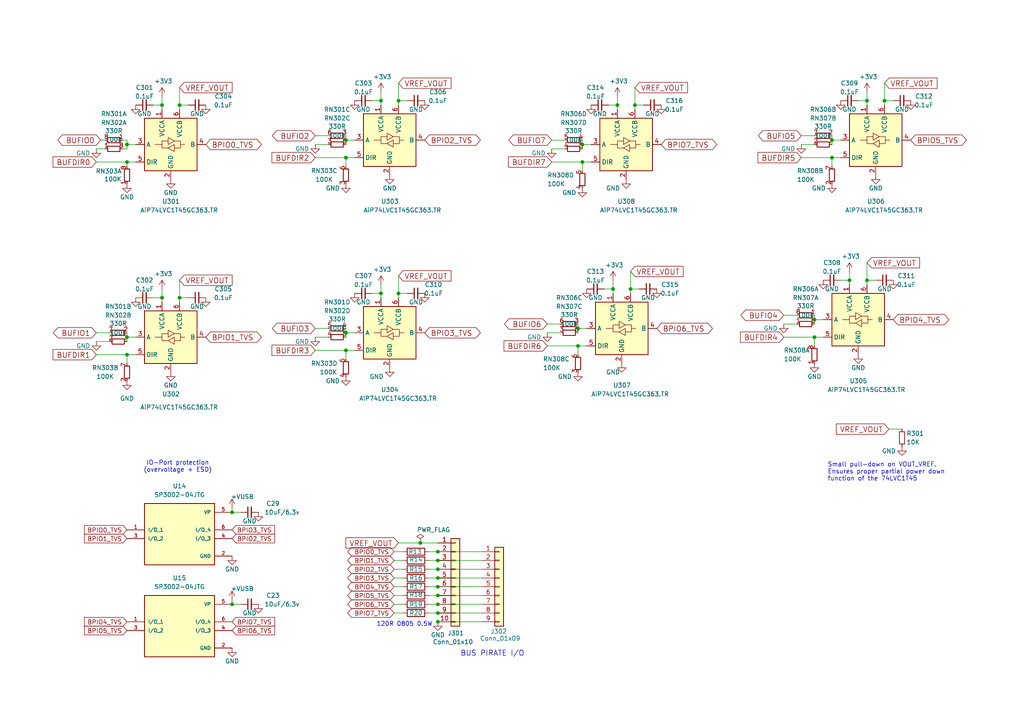
<source format=kicad_sch>
(kicad_sch (version 20231120) (generator "eeschema") (generator_version "8.0")
  (paper "A4")
  (junction (at 167.64 100.33))
  (junction (at 251.46 81.28))
  (junction (at 100.33 40.64))
  (junction (at 67.31 175.26))
  (junction (at 52.07 30.48))
  (junction (at 115.57 29.21))
  (junction (at 36.83 41.91))
  (junction (at 127 167.64))
  (junction (at 52.07 86.36))
  (junction (at 115.57 85.09))
  (junction (at 246.38 81.28))
  (junction (at 127 172.72))
  (junction (at 46.99 30.48))
  (junction (at 127 177.8))
  (junction (at 36.83 46.99))
  (junction (at 127 160.02))
  (junction (at 100.33 96.52))
  (junction (at 127 162.56))
  (junction (at 168.91 41.91))
  (junction (at 241.3 40.64))
  (junction (at 127 180.34))
  (junction (at 36.83 102.87))
  (junction (at 236.22 97.79))
  (junction (at 179.07 30.48))
  (junction (at 182.88 83.82))
  (junction (at 127 170.18))
  (junction (at 168.91 46.99))
  (junction (at 36.83 97.79))
  (junction (at 110.49 85.09))
  (junction (at 241.3 45.72))
  (junction (at 167.64 95.25))
  (junction (at 110.49 29.21))
  (junction (at 184.15 30.48))
  (junction (at 67.31 148.59))
  (junction (at 121.92 157.48))
  (junction (at 236.22 92.71))
  (junction (at 256.54 29.21))
  (junction (at 100.33 101.6))
  (junction (at 46.99 86.36))
  (junction (at 177.8 83.82))
  (junction (at 251.46 29.21))
  (junction (at 127 175.26))
  (junction (at 127 165.1))
  (junction (at 100.33 45.72))
  (wire (pts (xy 236.22 41.91) (xy 232.41 41.91)))
  (wire (pts (xy 110.49 30.48) (xy 110.49 29.21)))
  (wire (pts (xy 259.08 29.21) (xy 256.54 29.21)))
  (wire (pts (xy 127 177.8) (xy 139.7 177.8)))
  (wire (pts (xy 39.37 97.79) (xy 36.83 97.79)))
  (wire (pts (xy 114.3 177.8) (xy 116.84 177.8)))
  (wire (pts (xy 52.07 81.28) (xy 52.07 86.36)))
  (wire (pts (xy 139.7 160.02) (xy 127 160.02)))
  (wire (pts (xy 36.83 102.87) (xy 27.94 102.87)))
  (wire (pts (xy 241.3 45.72) (xy 241.3 48.26)))
  (wire (pts (xy 176.53 30.48) (xy 179.07 30.48)))
  (wire (pts (xy 36.83 99.06) (xy 36.83 97.79)))
  (wire (pts (xy 170.18 100.33) (xy 167.64 100.33)))
  (wire (pts (xy 236.22 92.71) (xy 236.22 91.44)))
  (wire (pts (xy 163.83 40.64) (xy 160.02 40.64)))
  (wire (pts (xy 124.46 170.18) (xy 127 170.18)))
  (wire (pts (xy 162.56 96.52) (xy 158.75 96.52)))
  (wire (pts (xy 100.33 45.72) (xy 100.33 48.26)))
  (wire (pts (xy 100.33 45.72) (xy 91.44 45.72)))
  (wire (pts (xy 238.76 97.79) (xy 236.22 97.79)))
  (wire (pts (xy 127 172.72) (xy 139.7 172.72)))
  (wire (pts (xy 69.85 175.26) (xy 67.31 175.26)))
  (wire (pts (xy 52.07 31.75) (xy 52.07 30.48)))
  (wire (pts (xy 243.84 81.28) (xy 246.38 81.28)))
  (wire (pts (xy 168.91 46.99) (xy 168.91 49.53)))
  (wire (pts (xy 110.49 29.21) (xy 110.49 26.67)))
  (wire (pts (xy 167.64 100.33) (xy 167.64 102.87)))
  (wire (pts (xy 54.61 30.48) (xy 52.07 30.48)))
  (wire (pts (xy 177.8 83.82) (xy 177.8 81.28)))
  (wire (pts (xy 46.99 31.75) (xy 46.99 30.48)))
  (wire (pts (xy 95.25 95.25) (xy 91.44 95.25)))
  (wire (pts (xy 36.83 97.79) (xy 36.83 96.52)))
  (wire (pts (xy 241.3 41.91) (xy 241.3 40.64)))
  (wire (pts (xy 168.91 46.99) (xy 160.02 46.99)))
  (wire (pts (xy 236.22 39.37) (xy 232.41 39.37)))
  (wire (pts (xy 118.11 85.09) (xy 115.57 85.09)))
  (wire (pts (xy 236.22 93.98) (xy 236.22 92.71)))
  (wire (pts (xy 171.45 46.99) (xy 168.91 46.99)))
  (wire (pts (xy 170.18 95.25) (xy 167.64 95.25)))
  (wire (pts (xy 124.46 167.64) (xy 127 167.64)))
  (wire (pts (xy 36.83 48.26) (xy 36.83 46.99)))
  (wire (pts (xy 114.3 175.26) (xy 116.84 175.26)))
  (wire (pts (xy 115.57 86.36) (xy 115.57 85.09)))
  (wire (pts (xy 175.26 83.82) (xy 177.8 83.82)))
  (wire (pts (xy 114.3 172.72) (xy 116.84 172.72)))
  (wire (pts (xy 114.3 170.18) (xy 116.84 170.18)))
  (wire (pts (xy 231.14 91.44) (xy 227.33 91.44)))
  (wire (pts (xy 67.31 147.32) (xy 67.31 148.59)))
  (wire (pts (xy 54.61 86.36) (xy 52.07 86.36)))
  (wire (pts (xy 115.57 30.48) (xy 115.57 29.21)))
  (wire (pts (xy 246.38 81.28) (xy 246.38 78.74)))
  (wire (pts (xy 115.57 80.01) (xy 115.57 85.09)))
  (wire (pts (xy 124.46 177.8) (xy 127 177.8)))
  (wire (pts (xy 179.07 30.48) (xy 179.07 27.94)))
  (wire (pts (xy 44.45 30.48) (xy 46.99 30.48)))
  (wire (pts (xy 162.56 93.98) (xy 158.75 93.98)))
  (wire (pts (xy 36.83 43.18) (xy 35.56 43.18)))
  (wire (pts (xy 243.84 40.64) (xy 241.3 40.64)))
  (wire (pts (xy 124.46 172.72) (xy 127 172.72)))
  (wire (pts (xy 100.33 101.6) (xy 91.44 101.6)))
  (wire (pts (xy 31.75 96.52) (xy 27.94 96.52)))
  (wire (pts (xy 243.84 45.72) (xy 241.3 45.72)))
  (wire (pts (xy 257.81 124.46) (xy 261.62 124.46)))
  (wire (pts (xy 102.87 40.64) (xy 100.33 40.64)))
  (wire (pts (xy 46.99 87.63) (xy 46.99 86.36)))
  (wire (pts (xy 39.37 102.87) (xy 36.83 102.87)))
  (wire (pts (xy 177.8 85.09) (xy 177.8 83.82)))
  (wire (pts (xy 118.11 29.21) (xy 115.57 29.21)))
  (wire (pts (xy 67.31 173.99) (xy 67.31 175.26)))
  (wire (pts (xy 95.25 39.37) (xy 91.44 39.37)))
  (wire (pts (xy 110.49 86.36) (xy 110.49 85.09)))
  (wire (pts (xy 171.45 41.91) (xy 168.91 41.91)))
  (wire (pts (xy 179.07 31.75) (xy 179.07 30.48)))
  (wire (pts (xy 115.57 24.13) (xy 115.57 29.21)))
  (wire (pts (xy 115.57 157.48) (xy 121.92 157.48)))
  (wire (pts (xy 231.14 93.98) (xy 227.33 93.98)))
  (wire (pts (xy 27.94 46.99) (xy 36.83 46.99)))
  (wire (pts (xy 30.48 40.64) (xy 29.21 40.64)))
  (wire (pts (xy 95.25 97.79) (xy 91.44 97.79)))
  (wire (pts (xy 114.3 167.64) (xy 116.84 167.64)))
  (wire (pts (xy 127 180.34) (xy 139.7 180.34)))
  (wire (pts (xy 168.91 41.91) (xy 168.91 40.64)))
  (wire (pts (xy 241.3 45.72) (xy 232.41 45.72)))
  (wire (pts (xy 124.46 160.02) (xy 127 160.02)))
  (wire (pts (xy 251.46 30.48) (xy 251.46 29.21)))
  (wire (pts (xy 114.3 162.56) (xy 116.84 162.56)))
  (wire (pts (xy 107.95 85.09) (xy 110.49 85.09)))
  (wire (pts (xy 100.33 41.91) (xy 100.33 40.64)))
  (wire (pts (xy 36.83 40.64) (xy 35.56 40.64)))
  (wire (pts (xy 102.87 45.72) (xy 100.33 45.72)))
  (wire (pts (xy 163.83 43.18) (xy 160.02 43.18)))
  (wire (pts (xy 127 167.64) (xy 139.7 167.64)))
  (wire (pts (xy 27.94 43.18) (xy 30.48 43.18)))
  (wire (pts (xy 100.33 40.64) (xy 100.33 39.37)))
  (wire (pts (xy 238.76 92.71) (xy 236.22 92.71)))
  (wire (pts (xy 254 81.28) (xy 251.46 81.28)))
  (wire (pts (xy 251.46 29.21) (xy 251.46 26.67)))
  (wire (pts (xy 114.3 165.1) (xy 116.84 165.1)))
  (wire (pts (xy 127 165.1) (xy 139.7 165.1)))
  (wire (pts (xy 124.46 165.1) (xy 127 165.1)))
  (wire (pts (xy 100.33 96.52) (xy 100.33 95.25)))
  (wire (pts (xy 31.75 99.06) (xy 27.94 99.06)))
  (wire (pts (xy 167.64 96.52) (xy 167.64 95.25)))
  (wire (pts (xy 168.91 43.18) (xy 168.91 41.91)))
  (wire (pts (xy 52.07 87.63) (xy 52.07 86.36)))
  (wire (pts (xy 256.54 24.13) (xy 256.54 29.21)))
  (wire (pts (xy 182.88 78.74) (xy 182.88 83.82)))
  (wire (pts (xy 185.42 83.82) (xy 182.88 83.82)))
  (wire (pts (xy 52.07 25.4) (xy 52.07 30.48)))
  (wire (pts (xy 167.64 100.33) (xy 158.75 100.33)))
  (wire (pts (xy 46.99 86.36) (xy 46.99 83.82)))
  (wire (pts (xy 36.83 102.87) (xy 36.83 105.41)))
  (wire (pts (xy 246.38 82.55) (xy 246.38 81.28)))
  (wire (pts (xy 236.22 97.79) (xy 227.33 97.79)))
  (wire (pts (xy 36.83 43.18) (xy 36.83 41.91)))
  (wire (pts (xy 236.22 97.79) (xy 236.22 100.33)))
  (wire (pts (xy 46.99 30.48) (xy 46.99 27.94)))
  (wire (pts (xy 124.46 162.56) (xy 127 162.56)))
  (wire (pts (xy 100.33 101.6) (xy 100.33 104.14)))
  (wire (pts (xy 251.46 76.2) (xy 251.46 81.28)))
  (wire (pts (xy 95.25 41.91) (xy 91.44 41.91)))
  (wire (pts (xy 102.87 96.52) (xy 100.33 96.52)))
  (wire (pts (xy 241.3 40.64) (xy 241.3 39.37)))
  (wire (pts (xy 36.83 41.91) (xy 36.83 40.64)))
  (wire (pts (xy 121.92 157.48) (xy 127 157.48)))
  (wire (pts (xy 44.45 86.36) (xy 46.99 86.36)))
  (wire (pts (xy 100.33 97.79) (xy 100.33 96.52)))
  (wire (pts (xy 114.3 160.02) (xy 116.84 160.02)))
  (wire (pts (xy 167.64 95.25) (xy 167.64 93.98)))
  (wire (pts (xy 127 170.18) (xy 139.7 170.18)))
  (wire (pts (xy 186.69 30.48) (xy 184.15 30.48)))
  (wire (pts (xy 184.15 25.4) (xy 184.15 30.48)))
  (wire (pts (xy 124.46 175.26) (xy 127 175.26)))
  (wire (pts (xy 127 175.26) (xy 139.7 175.26)))
  (wire (pts (xy 127 162.56) (xy 139.7 162.56)))
  (wire (pts (xy 107.95 29.21) (xy 110.49 29.21)))
  (wire (pts (xy 248.92 29.21) (xy 251.46 29.21)))
  (wire (pts (xy 69.85 148.59) (xy 67.31 148.59)))
  (wire (pts (xy 184.15 31.75) (xy 184.15 30.48)))
  (wire (pts (xy 102.87 101.6) (xy 100.33 101.6)))
  (wire (pts (xy 256.54 30.48) (xy 256.54 29.21)))
  (wire (pts (xy 36.83 46.99) (xy 39.37 46.99)))
  (wire (pts (xy 182.88 85.09) (xy 182.88 83.82)))
  (wire (pts (xy 39.37 41.91) (xy 36.83 41.91)))
  (wire (pts (xy 251.46 82.55) (xy 251.46 81.28)))
  (wire (pts (xy 110.49 85.09) (xy 110.49 82.55)))
  (text "120R 0805 0.5W" (at 117.348 181.102 0) (effects (font (size 1.27 1.27))))
  (text "Small pull-down on VOUT_VREF.\nEnsures proper partial power down \nfunction of the 74LVC1T45" (at 240.03 139.7 0) (effects (font (size 1.27 1.27)) (justify left bottom)))
  (text "BUS PIRATE I/O" (at 152.146 190.5 0) (effects (font (size 1.524 1.524)) (justify right bottom)))
  (text "IO-Port protection\n(overvoltage + ESD)" (at 51.562 135.382 0) (effects (font (size 1.27 1.27))))
  (global_label "BPIO2_TVS" (shape bidirectional) (at 123.19 40.64 0) (effects (font (size 1.524 1.524))) (property "Intersheetrefs" "${INTERSHEET_REFS}" (effects (hide yes))))
  (global_label "BPIO0_TVS" (shape bidirectional) (at 59.69 41.91 0) (effects (font (size 1.524 1.524))) (property "Intersheetrefs" "${INTERSHEET_REFS}" (effects (hide yes))))
  (global_label "BPIO7_TVS" (shape bidirectional) (at 191.77 41.91 0) (effects (font (size 1.524 1.524))) (property "Intersheetrefs" "${INTERSHEET_REFS}" (effects (hide yes))))
  (global_label "BUFDIR0" (shape input) (at 27.94 46.99 180) (effects (font (size 1.524 1.524))) (property "Intersheetrefs" "${INTERSHEET_REFS}" (effects (hide yes))))
  (global_label "BUFIO5" (shape bidirectional) (at 232.41 39.37 180) (effects (font (size 1.524 1.524))) (property "Intersheetrefs" "${INTERSHEET_REFS}" (effects (hide yes))))
  (global_label "BUFIO3" (shape bidirectional) (at 91.44 95.25 180) (effects (font (size 1.524 1.524))) (property "Intersheetrefs" "${INTERSHEET_REFS}" (effects (hide yes))))
  (global_label "VREF_VOUT" (shape input) (at 115.57 157.48 180) (effects (font (size 1.524 1.524))) (property "Intersheetrefs" "${INTERSHEET_REFS}" (effects (hide yes))))
  (global_label "BUFDIR4" (shape input) (at 227.33 97.79 180) (effects (font (size 1.524 1.524))) (property "Intersheetrefs" "${INTERSHEET_REFS}" (effects (hide yes))))
  (global_label "BUFIO0" (shape bidirectional) (at 29.21 40.64 180) (effects (font (size 1.524 1.524))) (property "Intersheetrefs" "${INTERSHEET_REFS}" (effects (hide yes))))
  (global_label "BPIO7_TVS" (shape input) (at 67.31 180.34 0) (property "Intersheetrefs" "${INTERSHEET_REFS}" (effects (hide yes))))
  (global_label "VREF_VOUT" (shape input) (at 115.57 80.01 0) (effects (font (size 1.524 1.524))) (property "Intersheetrefs" "${INTERSHEET_REFS}" (effects (hide yes))))
  (global_label "BPIO3_TVS" (shape input) (at 67.31 153.67 0) (property "Intersheetrefs" "${INTERSHEET_REFS}" (effects (hide yes))))
  (global_label "BUFIO2" (shape bidirectional) (at 91.44 39.37 180) (effects (font (size 1.524 1.524))) (property "Intersheetrefs" "${INTERSHEET_REFS}" (effects (hide yes))))
  (global_label "BUFDIR3" (shape input) (at 91.44 101.6 180) (effects (font (size 1.524 1.524))) (property "Intersheetrefs" "${INTERSHEET_REFS}" (effects (hide yes))))
  (global_label "BPIO5_TVS" (shape input) (at 36.83 182.88 180) (property "Intersheetrefs" "${INTERSHEET_REFS}" (effects (hide yes))))
  (global_label "BUFIO4" (shape bidirectional) (at 227.33 91.44 180) (effects (font (size 1.524 1.524))) (property "Intersheetrefs" "${INTERSHEET_REFS}" (effects (hide yes))))
  (global_label "BPIO5_TVS" (shape bidirectional) (at 264.16 40.64 0) (effects (font (size 1.524 1.524))) (property "Intersheetrefs" "${INTERSHEET_REFS}" (effects (hide yes))))
  (global_label "BUFDIR2" (shape input) (at 91.44 45.72 180) (effects (font (size 1.524 1.524))) (property "Intersheetrefs" "${INTERSHEET_REFS}" (effects (hide yes))))
  (global_label "BPIO6_TVS" (shape input) (at 67.31 182.88 0) (property "Intersheetrefs" "${INTERSHEET_REFS}" (effects (hide yes))))
  (global_label "BPIO1_TVS" (shape bidirectional) (at 59.69 97.79 0) (effects (font (size 1.524 1.524))) (property "Intersheetrefs" "${INTERSHEET_REFS}" (effects (hide yes))))
  (global_label "BPIO1_TVS" (shape bidirectional) (at 114.3 162.56 180) (property "Intersheetrefs" "${INTERSHEET_REFS}" (effects (hide yes))))
  (global_label "VREF_VOUT" (shape input) (at 52.07 25.4 0) (effects (font (size 1.524 1.524))) (property "Intersheetrefs" "${INTERSHEET_REFS}" (effects (hide yes))))
  (global_label "BPIO4_TVS" (shape input) (at 36.83 180.34 180) (property "Intersheetrefs" "${INTERSHEET_REFS}" (effects (hide yes))))
  (global_label "VREF_VOUT" (shape input) (at 115.57 24.13 0) (effects (font (size 1.524 1.524))) (property "Intersheetrefs" "${INTERSHEET_REFS}" (effects (hide yes))))
  (global_label "BPIO4_TVS" (shape bidirectional) (at 114.3 170.18 180) (property "Intersheetrefs" "${INTERSHEET_REFS}" (effects (hide yes))))
  (global_label "BPIO4_TVS" (shape bidirectional) (at 259.08 92.71 0) (effects (font (size 1.524 1.524))) (property "Intersheetrefs" "${INTERSHEET_REFS}" (effects (hide yes))))
  (global_label "VREF_VOUT" (shape input) (at 257.81 124.46 180) (effects (font (size 1.524 1.524))) (property "Intersheetrefs" "${INTERSHEET_REFS}" (effects (hide yes))))
  (global_label "BPIO6_TVS" (shape bidirectional) (at 114.3 175.26 180) (property "Intersheetrefs" "${INTERSHEET_REFS}" (effects (hide yes))))
  (global_label "VREF_VOUT" (shape input) (at 184.15 25.4 0) (effects (font (size 1.524 1.524))) (property "Intersheetrefs" "${INTERSHEET_REFS}" (effects (hide yes))))
  (global_label "BPIO1_TVS" (shape input) (at 36.83 156.21 180) (property "Intersheetrefs" "${INTERSHEET_REFS}" (effects (hide yes))))
  (global_label "VREF_VOUT" (shape input) (at 182.88 78.74 0) (effects (font (size 1.524 1.524))) (property "Intersheetrefs" "${INTERSHEET_REFS}" (effects (hide yes))))
  (global_label "BPIO6_TVS" (shape bidirectional) (at 190.5 95.25 0) (effects (font (size 1.524 1.524))) (property "Intersheetrefs" "${INTERSHEET_REFS}" (effects (hide yes))))
  (global_label "BPIO3_TVS" (shape bidirectional) (at 123.19 96.52 0) (effects (font (size 1.524 1.524))) (property "Intersheetrefs" "${INTERSHEET_REFS}" (effects (hide yes))))
  (global_label "BUFIO1" (shape bidirectional) (at 27.94 96.52 180) (effects (font (size 1.524 1.524))) (property "Intersheetrefs" "${INTERSHEET_REFS}" (effects (hide yes))))
  (global_label "BUFDIR5" (shape input) (at 232.41 45.72 180) (effects (font (size 1.524 1.524))) (property "Intersheetrefs" "${INTERSHEET_REFS}" (effects (hide yes))))
  (global_label "VREF_VOUT" (shape input) (at 256.54 24.13 0) (effects (font (size 1.524 1.524))) (property "Intersheetrefs" "${INTERSHEET_REFS}" (effects (hide yes))))
  (global_label "BUFIO7" (shape bidirectional) (at 160.02 40.64 180) (effects (font (size 1.524 1.524))) (property "Intersheetrefs" "${INTERSHEET_REFS}" (effects (hide yes))))
  (global_label "VREF_VOUT" (shape input) (at 52.07 81.28 0) (effects (font (size 1.524 1.524))) (property "Intersheetrefs" "${INTERSHEET_REFS}" (effects (hide yes))))
  (global_label "BPIO3_TVS" (shape bidirectional) (at 114.3 167.64 180) (property "Intersheetrefs" "${INTERSHEET_REFS}" (effects (hide yes))))
  (global_label "BUFDIR1" (shape input) (at 27.94 102.87 180) (effects (font (size 1.524 1.524))) (property "Intersheetrefs" "${INTERSHEET_REFS}" (effects (hide yes))))
  (global_label "BUFDIR6" (shape input) (at 158.75 100.33 180) (effects (font (size 1.524 1.524))) (property "Intersheetrefs" "${INTERSHEET_REFS}" (effects (hide yes))))
  (global_label "VREF_VOUT" (shape input) (at 251.46 76.2 0) (effects (font (size 1.524 1.524))) (property "Intersheetrefs" "${INTERSHEET_REFS}" (effects (hide yes))))
  (global_label "BPIO7_TVS" (shape bidirectional) (at 114.3 177.8 180) (property "Intersheetrefs" "${INTERSHEET_REFS}" (effects (hide yes))))
  (global_label "BPIO2_TVS" (shape input) (at 67.31 156.21 0) (property "Intersheetrefs" "${INTERSHEET_REFS}" (effects (hide yes))))
  (global_label "BUFIO6" (shape bidirectional) (at 158.75 93.98 180) (effects (font (size 1.524 1.524))) (property "Intersheetrefs" "${INTERSHEET_REFS}" (effects (hide yes))))
  (global_label "BPIO0_TVS" (shape bidirectional) (at 114.3 160.02 180) (property "Intersheetrefs" "${INTERSHEET_REFS}" (effects (hide yes))))
  (global_label "BPIO2_TVS" (shape bidirectional) (at 114.3 165.1 180) (property "Intersheetrefs" "${INTERSHEET_REFS}" (effects (hide yes))))
  (global_label "BPIO5_TVS" (shape bidirectional) (at 114.3 172.72 180) (property "Intersheetrefs" "${INTERSHEET_REFS}" (effects (hide yes))))
  (global_label "BPIO0_TVS" (shape input) (at 36.83 153.67 180) (property "Intersheetrefs" "${INTERSHEET_REFS}" (effects (hide yes))))
  (global_label "BUFDIR7" (shape input) (at 160.02 46.99 180) (effects (font (size 1.524 1.524))) (property "Intersheetrefs" "${INTERSHEET_REFS}" (effects (hide yes))))
  (symbol (lib_id "power:+3V3") (at 46.99 27.94 0) (unit 1)
    (property "Reference" "#PWR0310" (effects (hide yes)))
    (property "Value" "+3V3" (at 47.371 23.5458 0))
  )
  (symbol (lib_id "Device:C_Small") (at 57.15 30.48 90) (unit 1)
    (property "Reference" "C304" (at 64.77 27.94 90))
    (property "Value" "0.1uF" (at 64.77 30.48 90))
    (property "Footprint" "Capacitor_SMD:C_0402_1005Metric" (effects (hide yes)))
    (property "RMB" "0.00628" (effects (hide yes)))
    (property "Supplier" "https://item.szlcsc.com/1877.html" (effects (hide yes)))
  )
  (symbol (lib_id "power:GND") (at 39.37 30.48 0) (unit 1)
    (property "Reference" "#PWR0307" (effects (hide yes)))
    (property "Value" "GND" (at 41.91 33.02 0))
  )
  (symbol (lib_id "power:GND") (at 59.69 30.48 0) (unit 1)
    (property "Reference" "#PWR0316" (effects (hide yes)))
    (property "Value" "GND" (at 57.15 33.02 0))
  )
  (symbol (lib_id "power:GND") (at 49.53 52.07 0) (unit 1)
    (property "Reference" "#PWR0313" (effects (hide yes)))
    (property "Value" "GND" (at 49.53 55.88 0))
  )
  (symbol (lib_id "power:GND") (at 27.94 43.18 0) (unit 1)
    (property "Reference" "#PWR0301" (effects (hide yes)))
    (property "Value" "GND" (at 24.13 44.45 0))
  )
  (symbol (lib_id "power:GND") (at 36.83 53.34 0) (unit 1)
    (property "Reference" "#PWR0304" (effects (hide yes)))
    (property "Value" "GND" (at 36.83 57.15 0))
  )
  (symbol (lib_id "Device:C_Small") (at 41.91 86.36 90) (unit 1)
    (property "Reference" "C302" (at 41.91 81.28 90))
    (property "Value" "0.1uF" (at 41.91 83.82 90))
    (property "Footprint" "Capacitor_SMD:C_0402_1005Metric" (effects (hide yes)))
    (property "RMB" "0.00628" (effects (hide yes)))
    (property "Supplier" "https://item.szlcsc.com/1877.html" (effects (hide yes)))
  )
  (symbol (lib_id "Logic_LevelTranslator:SN74LVC1T45DCK") (at 49.53 97.79 0) (unit 1)
    (property "Reference" "U302" (at 46.99 114.3 0) (effects (justify left)))
    (property "Value" "AiP74LVC1T45GC363.TR" (at 40.64 118.11 0) (effects (justify left)))
    (property "Footprint" "Package_TO_SOT_SMD:SOT-363_SC-70-6" (effects (hide yes)))
    (property "Datasheet" "http://www.ti.com/lit/ds/symlink/sn74lvc1t45.pdf" (effects (hide yes)))
    (property "RMB" "1.33" (effects (hide yes)))
    (property "Supplier" "https://item.szlcsc.com/9911.html" (effects (hide yes)))
  )
  (symbol (lib_id "power:+3V3") (at 46.99 83.82 0) (unit 1)
    (property "Reference" "#PWR0311" (effects (hide yes)))
    (property "Value" "+3V3" (at 47.371 79.4258 0))
  )
  (symbol (lib_id "Device:C_Small") (at 57.15 86.36 90) (unit 1)
    (property "Reference" "C305" (at 64.77 83.82 90))
    (property "Value" "0.1uF" (at 64.77 86.36 90))
    (property "Footprint" "Capacitor_SMD:C_0402_1005Metric" (effects (hide yes)))
    (property "RMB" "0.00628" (effects (hide yes)))
    (property "Supplier" "https://item.szlcsc.com/1877.html" (effects (hide yes)))
  )
  (symbol (lib_id "power:GND") (at 39.37 86.36 0) (unit 1)
    (property "Reference" "#PWR0308" (effects (hide yes)))
    (property "Value" "GND" (at 41.91 88.9 0))
  )
  (symbol (lib_id "power:GND") (at 59.69 86.36 0) (unit 1)
    (property "Reference" "#PWR0318" (effects (hide yes)))
    (property "Value" "GND" (at 57.15 88.9 0))
  )
  (symbol (lib_id "power:GND") (at 49.53 107.95 0) (unit 1)
    (property "Reference" "#PWR0314" (effects (hide yes)))
    (property "Value" "GND" (at 49.53 111.76 0))
  )
  (symbol (lib_id "power:GND") (at 27.94 99.06 0) (unit 1)
    (property "Reference" "#PWR0302" (effects (hide yes)))
    (property "Value" "GND" (at 24.13 100.33 0))
  )
  (symbol (lib_id "power:GND") (at 36.83 110.49 0) (unit 1)
    (property "Reference" "#PWR0305" (effects (hide yes)))
    (property "Value" "GND" (at 36.83 115.57 0))
  )
  (symbol (lib_id "Device:C_Small") (at 105.41 29.21 90) (unit 1)
    (property "Reference" "C303" (at 105.41 24.13 90))
    (property "Value" "0.1uF" (at 105.41 26.67 90))
    (property "Footprint" "Capacitor_SMD:C_0402_1005Metric" (effects (hide yes)))
    (property "RMB" "0.00628" (effects (hide yes)))
    (property "Supplier" "https://item.szlcsc.com/1877.html" (effects (hide yes)))
  )
  (symbol (lib_id "Logic_LevelTranslator:SN74LVC1T45DCK") (at 113.03 40.64 0) (unit 1)
    (property "Reference" "U303" (at 110.49 58.42 0) (effects (justify left)))
    (property "Value" "AiP74LVC1T45GC363.TR" (at 105.41 60.96 0) (effects (justify left)))
    (property "Footprint" "Package_TO_SOT_SMD:SOT-363_SC-70-6" (effects (hide yes)))
    (property "Datasheet" "http://www.ti.com/lit/ds/symlink/sn74lvc1t45.pdf" (effects (hide yes)))
    (property "RMB" "1.33" (effects (hide yes)))
    (property "Supplier" "https://item.szlcsc.com/9911.html" (effects (hide yes)))
  )
  (symbol (lib_id "power:+3V3") (at 110.49 26.67 0) (unit 1)
    (property "Reference" "#PWR0312" (effects (hide yes)))
    (property "Value" "+3V3" (at 110.871 22.2758 0))
  )
  (symbol (lib_id "Device:C_Small") (at 120.65 29.21 90) (unit 1)
    (property "Reference" "C306" (at 127 26.67 90))
    (property "Value" "0.1uF" (at 127 29.21 90))
    (property "Footprint" "Capacitor_SMD:C_0402_1005Metric" (effects (hide yes)))
    (property "RMB" "0.00628" (effects (hide yes)))
    (property "Supplier" "https://item.szlcsc.com/1877.html" (effects (hide yes)))
  )
  (symbol (lib_id "power:GND") (at 102.87 29.21 0) (unit 1)
    (property "Reference" "#PWR0309" (effects (hide yes)))
    (property "Value" "GND" (at 105.41 31.75 0))
  )
  (symbol (lib_id "power:GND") (at 123.19 29.21 0) (unit 1)
    (property "Reference" "#PWR0320" (effects (hide yes)))
    (property "Value" "GND" (at 120.65 31.75 0))
  )
  (symbol (lib_id "power:GND") (at 113.03 50.8 0) (unit 1)
    (property "Reference" "#PWR0315" (effects (hide yes)))
    (property "Value" "GND" (at 113.03 54.61 0))
  )
  (symbol (lib_id "power:GND") (at 91.44 41.91 0) (unit 1)
    (property "Reference" "#PWR0303" (effects (hide yes)))
    (property "Value" "GND" (at 87.63 43.18 0))
  )
  (symbol (lib_id "power:GND") (at 100.33 53.34 0) (unit 1)
    (property "Reference" "#PWR0306" (effects (hide yes)))
    (property "Value" "GND" (at 96.52 54.61 0))
  )
  (symbol (lib_id "Device:C_Small") (at 105.41 85.09 90) (unit 1)
    (property "Reference" "C307" (at 105.41 80.01 90))
    (property "Value" "0.1uF" (at 105.41 82.55 90))
    (property "Footprint" "Capacitor_SMD:C_0402_1005Metric" (effects (hide yes)))
    (property "RMB" "0.00628" (effects (hide yes)))
    (property "Supplier" "https://item.szlcsc.com/1877.html" (effects (hide yes)))
  )
  (symbol (lib_id "Logic_LevelTranslator:SN74LVC1T45DCK") (at 113.03 96.52 0) (unit 1)
    (property "Reference" "U304" (at 110.49 113.03 0) (effects (justify left)))
    (property "Value" "AiP74LVC1T45GC363.TR" (at 104.14 115.57 0) (effects (justify left)))
    (property "Footprint" "Package_TO_SOT_SMD:SOT-363_SC-70-6" (effects (hide yes)))
    (property "Datasheet" "http://www.ti.com/lit/ds/symlink/sn74lvc1t45.pdf" (effects (hide yes)))
    (property "RMB" "1.33" (effects (hide yes)))
    (property "Supplier" "https://item.szlcsc.com/9911.html" (effects (hide yes)))
  )
  (symbol (lib_id "power:+3V3") (at 110.49 82.55 0) (unit 1)
    (property "Reference" "#PWR0331" (effects (hide yes)))
    (property "Value" "+3V3" (at 110.871 78.1558 0))
  )
  (symbol (lib_id "Device:C_Small") (at 120.65 85.09 90) (unit 1)
    (property "Reference" "C310" (at 125.73 82.55 90))
    (property "Value" "0.1uF" (at 125.73 85.09 90))
    (property "Footprint" "Capacitor_SMD:C_0402_1005Metric" (effects (hide yes)))
    (property "RMB" "0.00628" (effects (hide yes)))
    (property "Supplier" "https://item.szlcsc.com/1877.html" (effects (hide yes)))
  )
  (symbol (lib_id "power:GND") (at 102.87 85.09 0) (unit 1)
    (property "Reference" "#PWR0327" (effects (hide yes)))
    (property "Value" "GND" (at 105.41 87.63 0))
  )
  (symbol (lib_id "power:GND") (at 123.19 85.09 0) (unit 1)
    (property "Reference" "#PWR0337" (effects (hide yes)))
    (property "Value" "GND" (at 120.65 87.63 0))
  )
  (symbol (lib_id "power:GND") (at 113.03 106.68 0) (unit 1)
    (property "Reference" "#PWR0333" (effects (hide yes)))
    (property "Value" "GND" (at 109.22 109.22 0))
  )
  (symbol (lib_id "power:GND") (at 91.44 97.79 0) (unit 1)
    (property "Reference" "#PWR0322" (effects (hide yes)))
    (property "Value" "GND" (at 87.63 99.06 0))
  )
  (symbol (lib_id "power:GND") (at 100.33 109.22 0) (unit 1)
    (property "Reference" "#PWR0325" (effects (hide yes)))
    (property "Value" "GND" (at 96.52 110.49 0))
  )
  (symbol (lib_id "Device:C_Small") (at 241.3 81.28 90) (unit 1)
    (property "Reference" "C308" (at 241.3 76.2 90))
    (property "Value" "0.1uF" (at 241.3 78.74 90))
    (property "Footprint" "Capacitor_SMD:C_0402_1005Metric" (effects (hide yes)))
    (property "RMB" "0.00628" (effects (hide yes)))
    (property "Supplier" "https://item.szlcsc.com/1877.html" (effects (hide yes)))
  )
  (symbol (lib_id "Logic_LevelTranslator:SN74LVC1T45DCK") (at 248.92 92.71 0) (unit 1)
    (property "Reference" "U305" (at 246.38 110.49 0) (effects (justify left)))
    (property "Value" "AiP74LVC1T45GC363.TR" (at 240.03 113.03 0) (effects (justify left)))
    (property "Footprint" "Package_TO_SOT_SMD:SOT-363_SC-70-6" (effects (hide yes)))
    (property "Datasheet" "http://www.ti.com/lit/ds/symlink/sn74lvc1t45.pdf" (effects (hide yes)))
    (property "RMB" "1.33" (effects (hide yes)))
    (property "Supplier" "https://item.szlcsc.com/9911.html" (effects (hide yes)))
  )
  (symbol (lib_id "power:+3V3") (at 246.38 78.74 0) (unit 1)
    (property "Reference" "#PWR0332" (effects (hide yes)))
    (property "Value" "+3V3" (at 246.761 74.3458 0))
  )
  (symbol (lib_id "Device:C_Small") (at 256.54 81.28 90) (unit 1)
    (property "Reference" "C311" (at 262.89 80.01 90))
    (property "Value" "0.1uF" (at 262.89 82.55 90))
    (property "Footprint" "Capacitor_SMD:C_0402_1005Metric" (effects (hide yes)))
    (property "RMB" "0.00628" (effects (hide yes)))
    (property "Supplier" "https://item.szlcsc.com/1877.html" (effects (hide yes)))
  )
  (symbol (lib_id "power:GND") (at 238.76 81.28 0) (unit 1)
    (property "Reference" "#PWR0329" (effects (hide yes)))
    (property "Value" "GND" (at 241.3 83.82 0))
  )
  (symbol (lib_id "power:GND") (at 259.08 81.28 0) (unit 1)
    (property "Reference" "#PWR0339" (effects (hide yes)))
    (property "Value" "GND" (at 256.54 83.82 0))
  )
  (symbol (lib_id "power:GND") (at 248.92 102.87 0) (unit 1)
    (property "Reference" "#PWR0335" (effects (hide yes)))
    (property "Value" "GND" (at 248.92 106.68 0))
  )
  (symbol (lib_id "power:GND") (at 227.33 93.98 0) (unit 1)
    (property "Reference" "#PWR0323" (effects (hide yes)))
    (property "Value" "GND" (at 223.52 95.25 0))
  )
  (symbol (lib_id "power:GND") (at 236.22 105.41 0) (unit 1)
    (property "Reference" "#PWR0326" (effects (hide yes)))
    (property "Value" "GND" (at 236.22 109.22 0))
  )
  (symbol (lib_id "Device:C_Small") (at 246.38 29.21 90) (unit 1)
    (property "Reference" "C309" (at 246.38 24.13 90))
    (property "Value" "0.1uF" (at 246.38 26.67 90))
    (property "Footprint" "Capacitor_SMD:C_0402_1005Metric" (effects (hide yes)))
    (property "RMB" "0.00628" (effects (hide yes)))
    (property "Supplier" "https://item.szlcsc.com/1877.html" (effects (hide yes)))
  )
  (symbol (lib_id "Logic_LevelTranslator:SN74LVC1T45DCK") (at 254 40.64 0) (unit 1)
    (property "Reference" "U306" (at 251.46 58.42 0) (effects (justify left)))
    (property "Value" "AiP74LVC1T45GC363.TR" (at 245.11 60.96 0) (effects (justify left)))
    (property "Footprint" "Package_TO_SOT_SMD:SOT-363_SC-70-6" (effects (hide yes)))
    (property "Datasheet" "http://www.ti.com/lit/ds/symlink/sn74lvc1t45.pdf" (effects (hide yes)))
    (property "RMB" "1.33" (effects (hide yes)))
    (property "Supplier" "https://item.szlcsc.com/9911.html" (effects (hide yes)))
  )
  (symbol (lib_id "power:+3V3") (at 251.46 26.67 0) (unit 1)
    (property "Reference" "#PWR0334" (effects (hide yes)))
    (property "Value" "+3V3" (at 251.841 22.2758 0))
  )
  (symbol (lib_id "Device:C_Small") (at 261.62 29.21 90) (unit 1)
    (property "Reference" "C312" (at 267.97 27.94 90))
    (property "Value" "0.1uF" (at 267.97 30.48 90))
    (property "Footprint" "Capacitor_SMD:C_0402_1005Metric" (effects (hide yes)))
    (property "RMB" "0.00628" (effects (hide yes)))
    (property "Supplier" "https://item.szlcsc.com/1877.html" (effects (hide yes)))
  )
  (symbol (lib_id "power:GND") (at 243.84 29.21 0) (unit 1)
    (property "Reference" "#PWR0330" (effects (hide yes)))
    (property "Value" "GND" (at 246.38 31.75 0))
  )
  (symbol (lib_id "power:GND") (at 264.16 29.21 0) (unit 1)
    (property "Reference" "#PWR0341" (effects (hide yes)))
    (property "Value" "GND" (at 261.62 31.75 0))
  )
  (symbol (lib_id "power:GND") (at 254 50.8 0) (unit 1)
    (property "Reference" "#PWR0336" (effects (hide yes)))
    (property "Value" "GND" (at 254 54.61 0))
  )
  (symbol (lib_id "power:GND") (at 232.41 41.91 0) (unit 1)
    (property "Reference" "#PWR0324" (effects (hide yes)))
    (property "Value" "GND" (at 228.6 43.18 0))
  )
  (symbol (lib_id "power:GND") (at 241.3 53.34 0) (unit 1)
    (property "Reference" "#PWR0328" (effects (hide yes)))
    (property "Value" "GND" (at 237.49 54.61 0))
  )
  (symbol (lib_id "Device:C_Small") (at 172.72 83.82 90) (unit 1)
    (property "Reference" "C313" (at 172.72 78.74 90))
    (property "Value" "0.1uF" (at 172.72 81.28 90))
    (property "Footprint" "Capacitor_SMD:C_0402_1005Metric" (effects (hide yes)))
    (property "RMB" "0.00628" (effects (hide yes)))
    (property "Supplier" "https://item.szlcsc.com/1877.html" (effects (hide yes)))
  )
  (symbol (lib_id "Logic_LevelTranslator:SN74LVC1T45DCK") (at 180.34 95.25 0) (unit 1)
    (property "Reference" "U307" (at 177.8 111.76 0) (effects (justify left)))
    (property "Value" "AiP74LVC1T45GC363.TR" (at 171.45 114.3 0) (effects (justify left)))
    (property "Footprint" "Package_TO_SOT_SMD:SOT-363_SC-70-6" (effects (hide yes)))
    (property "Datasheet" "http://www.ti.com/lit/ds/symlink/sn74lvc1t45.pdf" (effects (hide yes)))
    (property "RMB" "1.33" (effects (hide yes)))
    (property "Supplier" "https://item.szlcsc.com/9911.html" (effects (hide yes)))
  )
  (symbol (lib_id "power:+3V3") (at 177.8 81.28 0) (unit 1)
    (property "Reference" "#PWR0349" (effects (hide yes)))
    (property "Value" "+3V3" (at 178.181 76.8858 0))
  )
  (symbol (lib_id "Device:C_Small") (at 187.96 83.82 90) (unit 1)
    (property "Reference" "C315" (at 194.31 82.55 90))
    (property "Value" "0.1uF" (at 194.31 85.09 90))
    (property "Footprint" "Capacitor_SMD:C_0402_1005Metric" (effects (hide yes)))
    (property "RMB" "0.00628" (effects (hide yes)))
    (property "Supplier" "https://item.szlcsc.com/1877.html" (effects (hide yes)))
  )
  (symbol (lib_id "power:GND") (at 170.18 83.82 0) (unit 1)
    (property "Reference" "#PWR0347" (effects (hide yes)))
    (property "Value" "GND" (at 172.72 86.36 0))
  )
  (symbol (lib_id "power:GND") (at 190.5 83.82 0) (unit 1)
    (property "Reference" "#PWR0354" (effects (hide yes)))
    (property "Value" "GND" (at 187.96 86.36 0))
  )
  (symbol (lib_id "power:GND") (at 180.34 105.41 0) (unit 1)
    (property "Reference" "#PWR0351" (effects (hide yes)))
    (property "Value" "GND" (at 177.8 107.95 0))
  )
  (symbol (lib_id "power:GND") (at 158.75 96.52 0) (unit 1)
    (property "Reference" "#PWR0343" (effects (hide yes)))
    (property "Value" "GND" (at 154.94 97.79 0))
  )
  (symbol (lib_id "power:GND") (at 167.64 107.95 0) (unit 1)
    (property "Reference" "#PWR0345" (effects (hide yes)))
    (property "Value" "GND" (at 163.83 109.22 0))
  )
  (symbol (lib_id "Device:C_Small") (at 173.99 30.48 90) (unit 1)
    (property "Reference" "C314" (at 172.72 25.4 90))
    (property "Value" "0.1uF" (at 172.72 27.94 90))
    (property "Footprint" "Capacitor_SMD:C_0402_1005Metric" (effects (hide yes)))
    (property "RMB" "0.00628" (effects (hide yes)))
    (property "Supplier" "https://item.szlcsc.com/1877.html" (effects (hide yes)))
  )
  (symbol (lib_id "Logic_LevelTranslator:SN74LVC1T45DCK") (at 181.61 41.91 0) (unit 1)
    (property "Reference" "U308" (at 179.07 58.42 0) (effects (justify left)))
    (property "Value" "AiP74LVC1T45GC363.TR" (at 173.99 60.96 0) (effects (justify left)))
    (property "Footprint" "Package_TO_SOT_SMD:SOT-363_SC-70-6" (effects (hide yes)))
    (property "Datasheet" "http://www.ti.com/lit/ds/symlink/sn74lvc1t45.pdf" (effects (hide yes)))
    (property "RMB" "1.33" (effects (hide yes)))
    (property "Supplier" "https://item.szlcsc.com/9911.html" (effects (hide yes)))
  )
  (symbol (lib_id "power:+3V3") (at 179.07 27.94 0) (unit 1)
    (property "Reference" "#PWR0350" (effects (hide yes)))
    (property "Value" "+3V3" (at 179.451 23.5458 0))
  )
  (symbol (lib_id "Device:C_Small") (at 189.23 30.48 90) (unit 1)
    (property "Reference" "C316" (at 195.58 29.21 90))
    (property "Value" "0.1uF" (at 195.58 31.75 90))
    (property "Footprint" "Capacitor_SMD:C_0402_1005Metric" (effects (hide yes)))
    (property "RMB" "0.00628" (effects (hide yes)))
    (property "Supplier" "https://item.szlcsc.com/1877.html" (effects (hide yes)))
  )
  (symbol (lib_id "power:GND") (at 171.45 30.48 0) (unit 1)
    (property "Reference" "#PWR0348" (effects (hide yes)))
    (property "Value" "GND" (at 173.99 33.02 0))
  )
  (symbol (lib_id "power:GND") (at 191.77 30.48 0) (unit 1)
    (property "Reference" "#PWR0356" (effects (hide yes)))
    (property "Value" "GND" (at 189.23 33.02 0))
  )
  (symbol (lib_id "power:GND") (at 181.61 52.07 0) (unit 1)
    (property "Reference" "#PWR0352" (effects (hide yes)))
    (property "Value" "GND" (at 177.8 54.61 0))
  )
  (symbol (lib_id "power:GND") (at 160.02 43.18 0) (unit 1)
    (property "Reference" "#PWR0344" (effects (hide yes)))
    (property "Value" "GND" (at 156.21 44.45 0))
  )
  (symbol (lib_id "power:GND") (at 168.91 54.61 0) (unit 1)
    (property "Reference" "#PWR0346" (effects (hide yes)))
    (property "Value" "GND" (at 165.1 55.88 0))
  )
  (symbol (lib_id "Device:C_Small") (at 41.91 30.48 90) (unit 1)
    (property "Reference" "C301" (at 41.91 25.4 90))
    (property "Value" "0.1uF" (at 41.91 27.94 90))
    (property "Footprint" "Capacitor_SMD:C_0402_1005Metric" (effects (hide yes)))
    (property "RMB" "0.00628" (effects (hide yes)))
    (property "Supplier" "https://item.szlcsc.com/1877.html" (effects (hide yes)))
  )
  (symbol (lib_id "Logic_LevelTranslator:SN74LVC1T45DCK") (at 49.53 41.91 0) (unit 1)
    (property "Reference" "U301" (at 46.99 58.42 0) (effects (justify left)))
    (property "Value" "AiP74LVC1T45GC363.TR" (at 40.64 60.96 0) (effects (justify left)))
    (property "Footprint" "Package_TO_SOT_SMD:SOT-363_SC-70-6" (effects (hide yes)))
    (property "Datasheet" "http://www.ti.com/lit/ds/symlink/sn74lvc1t45.pdf" (effects (hide yes)))
    (property "RMB" "1.33" (effects (hide yes)))
    (property "Supplier" "https://item.szlcsc.com/9911.html" (effects (hide yes)))
  )
  (symbol (lib_id "Connector_Generic:Conn_01x10") (at 132.08 167.64 0) (unit 1)
    (property "Reference" "J301" (at 129.794 183.642 0) (effects (justify left)))
    (property "Value" "Conn_01x10" (at 125.476 186.182 0) (effects (justify left)))
    (property "Footprint" "Connector_PinHeader_2.54mm:PinHeader_1x10_P2.54mm_Vertical" (effects (hide yes)))
  )
  (symbol (lib_id "power:GND") (at 127 180.34 0) (unit 1)
    (property "Reference" "#PWR0353" (effects (hide yes)))
    (property "Value" "GND" (at 127 184.15 0))
  )
  (symbol (lib_id "power:PWR_FLAG") (at 121.92 157.48 0) (unit 1)
    (property "Reference" "#FLG0301" (effects (hide yes)))
    (property "Value" "PWR_FLAG" (at 125.73 153.67 0))
  )
  (symbol (lib_id "dp-rarray:R_Array") (at 33.02 40.64 270) (unit 1)
    (property "Reference" "RN301" (at 33.02 33.02 90))
    (property "Value" "330R" (at 33.02 37.9476 90))
    (property "Footprint" "Resistor_SMD:R_Array_Convex_4x0402" (effects (hide yes)))
    (property "Datasheet" "http://www.vishay.com/docs/31509/csc.pdf" (effects (hide yes)))
    (property "RMB" "0.033552" (effects (hide yes)))
    (property "Supplier" "https://item.szlcsc.com/26241.html" (effects (hide yes)))
  )
  (symbol (lib_id "dp-rarray:R_Array") (at 33.02 43.18 90) (mirror x) (unit 1)
    (property "Reference" "RN302" (at 33.02 35.56 90))
    (property "Value" "100K" (at 33.02 40.4876 90))
    (property "Footprint" "Resistor_SMD:R_Array_Convex_4x0402" (effects (hide yes)))
    (property "Datasheet" "http://www.vishay.com/docs/31509/csc.pdf" (effects (hide yes)))
    (property "RMB" "0.03666" (effects (hide yes)))
    (property "Supplier" "https://item.szlcsc.com/635571.html" (effects (hide yes)))
  )
  (symbol (lib_id "dp-rarray:R_Array") (at 36.83 50.8 0) (mirror x) (unit 1)
    (property "Reference" "RN303" (at 35.306 49.6316 0) (effects (justify right)))
    (property "Value" "100K" (at 35.306 51.943 0) (effects (justify right)))
    (property "Footprint" "Resistor_SMD:R_Array_Convex_4x0402" (effects (hide yes)))
    (property "Datasheet" "http://www.vishay.com/docs/31509/csc.pdf" (effects (hide yes)))
    (property "RMB" "0.020173" (effects (hide yes)))
    (property "Supplier" "https://item.szlcsc.com/728291.html" (effects (hide yes)))
  )
  (symbol (lib_id "dp-rarray:R_Array") (at 34.29 96.52 270) (unit 2)
    (property "Reference" "RN301" (at 34.29 88.9 90))
    (property "Value" "330R" (at 34.29 93.8276 90))
    (property "Footprint" "Resistor_SMD:R_Array_Convex_4x0402" (effects (hide yes)))
    (property "Datasheet" "http://www.vishay.com/docs/31509/csc.pdf" (effects (hide yes)))
    (property "RMB" "0.033552" (effects (hide yes)))
    (property "Supplier" "https://item.szlcsc.com/26241.html" (effects (hide yes)))
  )
  (symbol (lib_id "dp-rarray:R_Array") (at 34.29 99.06 90) (unit 2)
    (property "Reference" "RN302" (at 34.29 91.44 90))
    (property "Value" "100K" (at 34.29 96.52 90))
    (property "Footprint" "Resistor_SMD:R_Array_Convex_4x0402" (effects (hide yes)))
    (property "Datasheet" "http://www.vishay.com/docs/31509/csc.pdf" (effects (hide yes)))
    (property "RMB" "0.03666" (effects (hide yes)))
    (property "Supplier" "https://item.szlcsc.com/635571.html" (effects (hide yes)))
  )
  (symbol (lib_id "dp-rarray:R_Array") (at 36.83 107.95 180) (unit 2)
    (property "Reference" "RN303" (at 26.67 106.68 0) (effects (justify right)))
    (property "Value" "100K" (at 27.94 109.22 0) (effects (justify right)))
    (property "Footprint" "Resistor_SMD:R_Array_Convex_4x0402" (effects (hide yes)))
    (property "Datasheet" "http://www.vishay.com/docs/31509/csc.pdf" (effects (hide yes)))
    (property "RMB" "0.020173" (effects (hide yes)))
    (property "Supplier" "https://item.szlcsc.com/728291.html" (effects (hide yes)))
  )
  (symbol (lib_id "dp-rarray:R_Array") (at 97.79 39.37 270) (unit 3)
    (property "Reference" "RN301" (at 97.79 31.75 90))
    (property "Value" "330R" (at 97.79 36.6776 90))
    (property "Footprint" "Resistor_SMD:R_Array_Convex_4x0402" (effects (hide yes)))
    (property "Datasheet" "http://www.vishay.com/docs/31509/csc.pdf" (effects (hide yes)))
    (property "RMB" "0.033552" (effects (hide yes)))
    (property "Supplier" "https://item.szlcsc.com/26241.html" (effects (hide yes)))
  )
  (symbol (lib_id "dp-rarray:R_Array") (at 97.79 41.91 90) (unit 3)
    (property "Reference" "RN302" (at 97.79 34.29 90))
    (property "Value" "100K" (at 97.79 39.37 90))
    (property "Footprint" "Resistor_SMD:R_Array_Convex_4x0402" (effects (hide yes)))
    (property "Datasheet" "http://www.vishay.com/docs/31509/csc.pdf" (effects (hide yes)))
    (property "RMB" "0.03666" (effects (hide yes)))
    (property "Supplier" "https://item.szlcsc.com/635571.html" (effects (hide yes)))
  )
  (symbol (lib_id "dp-rarray:R_Array") (at 100.33 50.8 180) (unit 3)
    (property "Reference" "RN303" (at 90.17 49.53 0) (effects (justify right)))
    (property "Value" "100K" (at 91.44 52.07 0) (effects (justify right)))
    (property "Footprint" "Resistor_SMD:R_Array_Convex_4x0402" (effects (hide yes)))
    (property "Datasheet" "http://www.vishay.com/docs/31509/csc.pdf" (effects (hide yes)))
    (property "RMB" "0.020173" (effects (hide yes)))
    (property "Supplier" "https://item.szlcsc.com/728291.html" (effects (hide yes)))
  )
  (symbol (lib_id "dp-rarray:R_Array") (at 97.79 95.25 270) (unit 4)
    (property "Reference" "RN301" (at 97.79 87.63 90))
    (property "Value" "330R" (at 97.79 92.5576 90))
    (property "Footprint" "Resistor_SMD:R_Array_Convex_4x0402" (effects (hide yes)))
    (property "Datasheet" "http://www.vishay.com/docs/31509/csc.pdf" (effects (hide yes)))
    (property "RMB" "0.033552" (effects (hide yes)))
    (property "Supplier" "https://item.szlcsc.com/26241.html" (effects (hide yes)))
  )
  (symbol (lib_id "dp-rarray:R_Array") (at 166.37 40.64 270) (unit 4)
    (property "Reference" "RN306" (at 166.37 33.02 90))
    (property "Value" "330R" (at 166.37 37.9476 90))
    (property "Footprint" "Resistor_SMD:R_Array_Convex_4x0402" (effects (hide yes)))
    (property "Datasheet" "http://www.vishay.com/docs/31509/csc.pdf" (effects (hide yes)))
    (property "RMB" "0.033552" (effects (hide yes)))
    (property "Supplier" "https://item.szlcsc.com/26241.html" (effects (hide yes)))
  )
  (symbol (lib_id "dp-rarray:R_Array") (at 97.79 97.79 90) (unit 4)
    (property "Reference" "RN302" (at 97.79 90.17 90))
    (property "Value" "100K" (at 97.79 95.25 90))
    (property "Footprint" "Resistor_SMD:R_Array_Convex_4x0402" (effects (hide yes)))
    (property "Datasheet" "http://www.vishay.com/docs/31509/csc.pdf" (effects (hide yes)))
    (property "RMB" "0.03666" (effects (hide yes)))
    (property "Supplier" "https://item.szlcsc.com/635571.html" (effects (hide yes)))
  )
  (symbol (lib_id "dp-rarray:R_Array") (at 100.33 106.68 180) (unit 4)
    (property "Reference" "RN303" (at 90.17 105.41 0) (effects (justify right)))
    (property "Value" "100K" (at 92.71 107.95 0) (effects (justify right)))
    (property "Footprint" "Resistor_SMD:R_Array_Convex_4x0402" (effects (hide yes)))
    (property "Datasheet" "http://www.vishay.com/docs/31509/csc.pdf" (effects (hide yes)))
    (property "RMB" "0.020173" (effects (hide yes)))
    (property "Supplier" "https://item.szlcsc.com/728291.html" (effects (hide yes)))
  )
  (symbol (lib_id "dp-rarray:R_Array") (at 236.22 102.87 180) (unit 1)
    (property "Reference" "RN308" (at 227.33 101.6 0) (effects (justify right)))
    (property "Value" "100K" (at 227.33 104.14 0) (effects (justify right)))
    (property "Footprint" "Resistor_SMD:R_Array_Convex_4x0402" (effects (hide yes)))
    (property "Datasheet" "http://www.vishay.com/docs/31509/csc.pdf" (effects (hide yes)))
    (property "RMB" "0.020173" (effects (hide yes)))
    (property "Supplier" "https://item.szlcsc.com/728291.html" (effects (hide yes)))
  )
  (symbol (lib_id "dp-rarray:R_Array") (at 166.37 43.18 90) (unit 4)
    (property "Reference" "RN307" (at 166.37 35.56 90))
    (property "Value" "100K" (at 166.37 40.64 90))
    (property "Footprint" "Resistor_SMD:R_Array_Convex_4x0402" (effects (hide yes)))
    (property "Datasheet" "http://www.vishay.com/docs/31509/csc.pdf" (effects (hide yes)))
    (property "RMB" "0.03666" (effects (hide yes)))
    (property "Supplier" "https://item.szlcsc.com/635571.html" (effects (hide yes)))
  )
  (symbol (lib_id "dp-rarray:R_Array") (at 233.68 91.44 270) (unit 1)
    (property "Reference" "RN306" (at 233.68 83.82 90))
    (property "Value" "330R" (at 233.68 88.7476 90))
    (property "Footprint" "Resistor_SMD:R_Array_Convex_4x0402" (effects (hide yes)))
    (property "Datasheet" "http://www.vishay.com/docs/31509/csc.pdf" (effects (hide yes)))
    (property "RMB" "0.033552" (effects (hide yes)))
    (property "Supplier" "https://item.szlcsc.com/26241.html" (effects (hide yes)))
  )
  (symbol (lib_id "dp-rarray:R_Array") (at 233.68 93.98 90) (unit 1)
    (property "Reference" "RN307" (at 233.68 86.36 90))
    (property "Value" "100K" (at 233.68 91.44 90))
    (property "Footprint" "Resistor_SMD:R_Array_Convex_4x0402" (effects (hide yes)))
    (property "Datasheet" "http://www.vishay.com/docs/31509/csc.pdf" (effects (hide yes)))
    (property "RMB" "0.03666" (effects (hide yes)))
    (property "Supplier" "https://item.szlcsc.com/635571.html" (effects (hide yes)))
  )
  (symbol (lib_id "dp-rarray:R_Array") (at 241.3 50.8 180) (unit 2)
    (property "Reference" "RN308" (at 231.14 49.53 0) (effects (justify right)))
    (property "Value" "100K" (at 231.14 52.07 0) (effects (justify right)))
    (property "Footprint" "Resistor_SMD:R_Array_Convex_4x0402" (effects (hide yes)))
    (property "Datasheet" "http://www.vishay.com/docs/31509/csc.pdf" (effects (hide yes)))
    (property "RMB" "0.020173" (effects (hide yes)))
    (property "Supplier" "https://item.szlcsc.com/728291.html" (effects (hide yes)))
  )
  (symbol (lib_id "dp-rarray:R_Array") (at 238.76 39.37 270) (unit 2)
    (property "Reference" "RN306" (at 238.76 31.75 90))
    (property "Value" "330R" (at 238.76 36.6776 90))
    (property "Footprint" "Resistor_SMD:R_Array_Convex_4x0402" (effects (hide yes)))
    (property "Datasheet" "http://www.vishay.com/docs/31509/csc.pdf" (effects (hide yes)))
    (property "RMB" "0.033552" (effects (hide yes)))
    (property "Supplier" "https://item.szlcsc.com/26241.html" (effects (hide yes)))
  )
  (symbol (lib_id "dp-rarray:R_Array") (at 238.76 41.91 90) (unit 2)
    (property "Reference" "RN307" (at 238.76 34.29 90))
    (property "Value" "100K" (at 238.76 39.37 90))
    (property "Footprint" "Resistor_SMD:R_Array_Convex_4x0402" (effects (hide yes)))
    (property "Datasheet" "http://www.vishay.com/docs/31509/csc.pdf" (effects (hide yes)))
    (property "RMB" "0.03666" (effects (hide yes)))
    (property "Supplier" "https://item.szlcsc.com/635571.html" (effects (hide yes)))
  )
  (symbol (lib_id "dp-rarray:R_Array") (at 167.64 105.41 180) (unit 3)
    (property "Reference" "RN308" (at 157.48 104.14 0) (effects (justify right)))
    (property "Value" "100K" (at 157.48 106.68 0) (effects (justify right)))
    (property "Footprint" "Resistor_SMD:R_Array_Convex_4x0402" (effects (hide yes)))
    (property "Datasheet" "http://www.vishay.com/docs/31509/csc.pdf" (effects (hide yes)))
    (property "RMB" "0.020173" (effects (hide yes)))
    (property "Supplier" "https://item.szlcsc.com/728291.html" (effects (hide yes)))
  )
  (symbol (lib_id "dp-rarray:R_Array") (at 165.1 93.98 270) (unit 3)
    (property "Reference" "RN306" (at 165.1 86.36 90))
    (property "Value" "330R" (at 165.1 91.2876 90))
    (property "Footprint" "Resistor_SMD:R_Array_Convex_4x0402" (effects (hide yes)))
    (property "Datasheet" "http://www.vishay.com/docs/31509/csc.pdf" (effects (hide yes)))
    (property "RMB" "0.033552" (effects (hide yes)))
    (property "Supplier" "https://item.szlcsc.com/26241.html" (effects (hide yes)))
  )
  (symbol (lib_id "dp-rarray:R_Array") (at 165.1 96.52 90) (unit 3)
    (property "Reference" "RN307" (at 165.1 88.9 90))
    (property "Value" "100K" (at 165.1 93.98 90))
    (property "Footprint" "Resistor_SMD:R_Array_Convex_4x0402" (effects (hide yes)))
    (property "Datasheet" "http://www.vishay.com/docs/31509/csc.pdf" (effects (hide yes)))
    (property "RMB" "0.03666" (effects (hide yes)))
    (property "Supplier" "https://item.szlcsc.com/635571.html" (effects (hide yes)))
  )
  (symbol (lib_id "dp-rarray:R_Array") (at 168.91 52.07 180) (unit 4)
    (property "Reference" "RN308" (at 158.75 50.8 0) (effects (justify right)))
    (property "Value" "100K" (at 158.75 53.34 0) (effects (justify right)))
    (property "Footprint" "Resistor_SMD:R_Array_Convex_4x0402" (effects (hide yes)))
    (property "Datasheet" "http://www.vishay.com/docs/31509/csc.pdf" (effects (hide yes)))
    (property "RMB" "0.020173" (effects (hide yes)))
    (property "Supplier" "https://item.szlcsc.com/728291.html" (effects (hide yes)))
  )
  (symbol (lib_id "Connector_Generic:Conn_01x09") (at 144.78 170.18 0) (unit 1)
    (property "Reference" "J302" (at 142.24 183.134 0) (effects (justify left)))
    (property "Value" "Conn_01x09" (at 139.192 185.166 0) (effects (justify left)))
    (property "Footprint" "Connector_JST:JST_SH_SM09B-SRSS-TB_1x09-1MP_P1.00mm_Horizontal" (effects (hide yes)))
  )
  (symbol (lib_id "Device:C_Small") (at 72.39 148.59 90) (unit 1)
    (property "Reference" "C29" (at 77.216 146.05 90) (effects (justify right)))
    (property "Value" "10uF/6.3v" (at 76.708 148.59 90) (effects (justify right)))
    (property "Footprint" "Capacitor_SMD:C_0402_1005Metric" (effects (hide yes)))
    (property "Description" "CL05A106MQ5NUN" (effects (hide yes)))
    (property "RMB" "0.037726" (effects (hide yes)))
    (property "Supplier" "https://item.szlcsc.com/1877.html" (effects (hide yes)))
    (property "MANUFACTURER" "Samsung" (effects (hide yes)))
  )
  (symbol (lib_id "Device:R") (at 120.65 175.26 90) (unit 1)
    (property "Reference" "R19" (at 120.65 175.26 90))
    (property "Value" "120R 0.5W" (effects (hide yes)))
    (property "Footprint" "Resistor_SMD:R_0805_2012Metric_Pad1.20x1.40mm_HandSolder" (effects (hide yes)))
    (property "Description" "Resistor, Thick-Film, 0.5W" (effects (hide yes)))
  )
  (symbol (lib_id "power:GND") (at 67.31 161.29 0) (unit 1)
    (property "Reference" "#PWR0100" (effects (hide yes)))
    (property "Value" "GND" (at 67.31 165.1 0))
  )
  (symbol (lib_id "dp-power:+VUSB") (at 67.31 173.99 0) (unit 1)
    (property "Reference" "#PWR098" (effects (hide yes)))
    (property "Value" "+VUSB" (at 66.929 170.7388 0) (effects (justify left)))
  )
  (symbol (lib_id "Device:R") (at 120.65 160.02 90) (unit 1)
    (property "Reference" "R13" (at 120.396 160.02 90))
    (property "Value" "120R 0.5W" (effects (hide yes)))
    (property "Footprint" "Resistor_SMD:R_0805_2012Metric_Pad1.20x1.40mm_HandSolder" (effects (hide yes)))
    (property "Description" "Resistor, Thick-Film, 0.5W" (effects (hide yes)))
  )
  (symbol (lib_id "Device:R") (at 120.65 170.18 90) (unit 1)
    (property "Reference" "R17" (at 120.65 170.18 90))
    (property "Value" "120R 0.5W" (effects (hide yes)))
    (property "Footprint" "Resistor_SMD:R_0805_2012Metric_Pad1.20x1.40mm_HandSolder" (effects (hide yes)))
    (property "Description" "Resistor, Thick-Film, 0.5W" (effects (hide yes)))
  )
  (symbol (lib_id "IP4220CZ6F:IP4220CZ6F") (at 52.07 180.34 0) (unit 1)
    (property "Reference" "U15" (at 52.07 167.64 0))
    (property "Value" "SP3002-04JTG" (at 52.07 170.18 0))
    (property "Footprint" "Package_TO_SOT_SMD:SOT-363_SC-70-6" (effects (hide yes)))
    (property "Datasheet" "https://www.littelfuse.com/assetdocs/tvs-diode-array-spa-sp3002-datasheet?assetguid=c8b2f2f8-79d8-4a9c-8435-7393b0361abe" (effects (hide yes)))
    (property "MANUFACTURER" "Littelfuse" (effects (hide yes)))
  )
  (symbol (lib_id "Device:C_Small") (at 72.39 175.26 90) (unit 1)
    (property "Reference" "C23" (at 77.216 172.72 90) (effects (justify right)))
    (property "Value" "10uF/6.3v" (at 76.708 175.26 90) (effects (justify right)))
    (property "Footprint" "Capacitor_SMD:C_0402_1005Metric" (effects (hide yes)))
    (property "Description" "CL05A106MQ5NUN" (effects (hide yes)))
    (property "RMB" "0.037726" (effects (hide yes)))
    (property "Supplier" "https://item.szlcsc.com/1877.html" (effects (hide yes)))
    (property "MANUFACTURER" "Samsung" (effects (hide yes)))
  )
  (symbol (lib_id "IP4220CZ6F:IP4220CZ6F") (at 52.07 153.67 0) (unit 1)
    (property "Reference" "U14" (at 52.07 140.97 0))
    (property "Value" "SP3002-04JTG" (at 52.07 143.51 0))
    (property "Footprint" "Package_TO_SOT_SMD:SOT-363_SC-70-6" (effects (hide yes)))
    (property "Datasheet" "https://www.littelfuse.com/assetdocs/tvs-diode-array-spa-sp3002-datasheet?assetguid=c8b2f2f8-79d8-4a9c-8435-7393b0361abe" (effects (hide yes)))
    (property "MANUFACTURER" "Littelfuse" (effects (hide yes)))
  )
  (symbol (lib_id "power:GND") (at 261.62 129.54 0) (unit 1)
    (property "Reference" "#PWR016" (effects (hide yes)))
    (property "Value" "GND" (at 257.81 130.81 0))
  )
  (symbol (lib_id "Device:R") (at 120.65 167.64 90) (unit 1)
    (property "Reference" "R16" (at 120.65 167.64 90))
    (property "Value" "120R 0.5W" (effects (hide yes)))
    (property "Footprint" "Resistor_SMD:R_0805_2012Metric_Pad1.20x1.40mm_HandSolder" (effects (hide yes)))
    (property "Description" "Resistor, Thick-Film, 0.5W" (effects (hide yes)))
  )
  (symbol (lib_id "power:GND") (at 67.31 187.96 0) (unit 1)
    (property "Reference" "#PWR0101" (effects (hide yes)))
    (property "Value" "GND" (at 67.31 191.77 0))
  )
  (symbol (lib_id "Device:R") (at 120.65 162.56 90) (unit 1)
    (property "Reference" "R14" (at 120.65 162.306 90))
    (property "Value" "120R 0.5W" (effects (hide yes)))
    (property "Footprint" "Resistor_SMD:R_0805_2012Metric_Pad1.20x1.40mm_HandSolder" (effects (hide yes)))
    (property "Description" "Resistor, Thick-Film, 0.5W" (effects (hide yes)))
  )
  (symbol (lib_id "power:GND") (at 74.93 148.59 0) (unit 1)
    (property "Reference" "#PWR015" (effects (hide yes)))
    (property "Value" "GND" (at 72.39 151.13 0))
  )
  (symbol (lib_id "dp-power:+VUSB") (at 67.31 147.32 0) (unit 1)
    (property "Reference" "#PWR099" (effects (hide yes)))
    (property "Value" "+VUSB" (at 66.929 144.0688 0) (effects (justify left)))
  )
  (symbol (lib_id "Device:R") (at 120.65 177.8 90) (unit 1)
    (property "Reference" "R20" (at 120.65 177.8 90))
    (property "Value" "120R 0.5W" (effects (hide yes)))
    (property "Footprint" "Resistor_SMD:R_0805_2012Metric_Pad1.20x1.40mm_HandSolder" (effects (hide yes)))
    (property "Description" "Resistor, Thick-Film, 0.5W" (effects (hide yes)))
  )
  (symbol (lib_id "Device:R") (at 120.65 165.1 90) (unit 1)
    (property "Reference" "R15" (at 120.65 165.1 90))
    (property "Value" "120R 0.5W" (effects (hide yes)))
    (property "Footprint" "Resistor_SMD:R_0805_2012Metric_Pad1.20x1.40mm_HandSolder" (effects (hide yes)))
    (property "Description" "Resistor, Thick-Film, 0.5W" (effects (hide yes)))
  )
  (symbol (lib_id "power:GND") (at 74.93 175.26 0) (unit 1)
    (property "Reference" "#PWR090" (effects (hide yes)))
    (property "Value" "GND" (at 72.39 177.8 0))
  )
  (symbol (lib_id "Device:R_Small") (at 261.62 127 0) (unit 1)
    (property "Reference" "R301" (at 262.89 125.73 0) (effects (justify left)))
    (property "Value" "10K" (at 262.89 128.27 0) (effects (justify left)))
    (property "Footprint" "Resistor_SMD:R_0402_1005Metric" (effects (hide yes)))
    (property "RMB" "0.005749" (effects (hide yes)))
    (property "Supplier" "https://item.szlcsc.com/61543.html" (effects (hide yes)))
    (instances (project "REV0" (path "" (reference "R301") (unit 1)) (path "" (reference "R404") (unit 1))))
  )
  (symbol (lib_id "Device:R") (at 120.65 172.72 90) (unit 1)
    (property "Reference" "R18" (at 120.65 172.466 90))
    (property "Value" "120R 0.5W" (effects (hide yes)))
    (property "Footprint" "Resistor_SMD:R_0805_2012Metric_Pad1.20x1.40mm_HandSolder" (effects (hide yes)))
    (property "Description" "Resistor, Thick-Film, 0.5W" (effects (hide yes)))
  )
)
</source>
